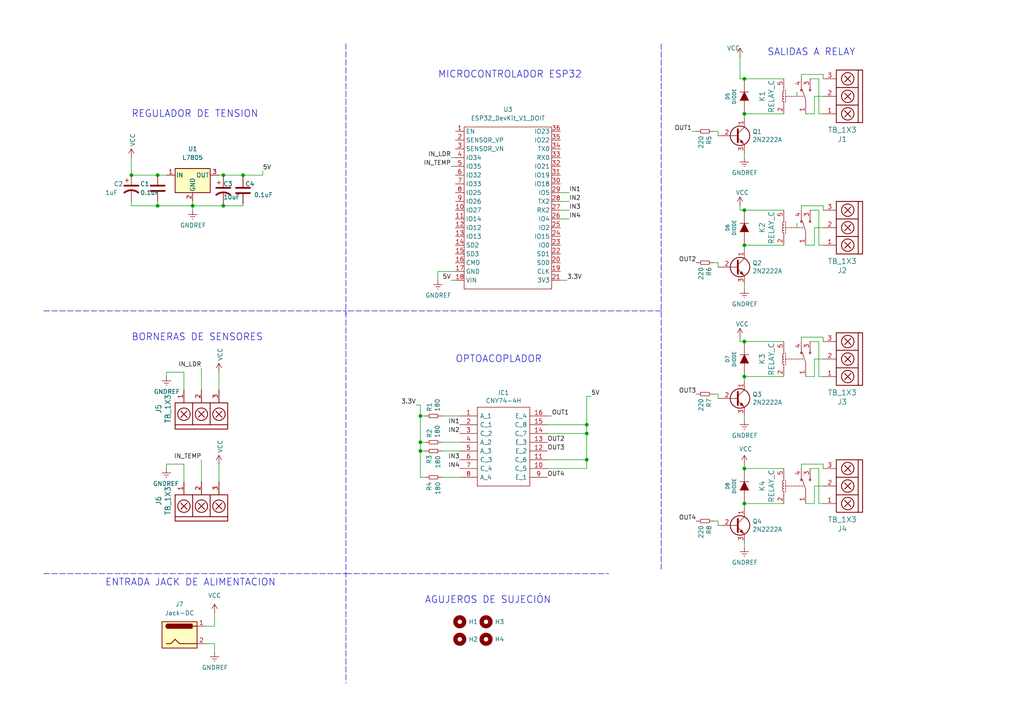
<source format=kicad_sch>
(kicad_sch (version 20211123) (generator eeschema)
  (paper "A4")
  (title_block (title "Proyecto IOT - Romero / Rolón") (date "2022-06-08") (company "E.E.S.T N°5 \"2 de Abril\" de Temperley") (comment 1 "Autor: Romero Gabriel") (comment 2 "Asignatura: Montaje de Proyectos Electrónicos"))
  (lib_symbols
    (symbol "Connector:Jack-DC" (pin_names (offset 1.016))
      (property "Reference" "J" (at 0 5.334 0))
      (property "Value" "Jack-DC" (at 0 -5.08 0))
      (symbol "Jack-DC_0_1"
        (rectangle (start -5.08 3.81) (end 5.08 -3.81) (stroke (width 0.254)) (fill (type background)))
        (arc (start -3.302 3.175) (mid -3.937 2.54) (end -3.302 1.905) (stroke (width 0.254)))
        (arc (start -3.302 3.175) (mid -3.937 2.54) (end -3.302 1.905) (stroke (width 0.254)) (fill (type outline)))
        (polyline (pts (xy 5.08 2.54) (xy 3.81 2.54)) (stroke (width 0.254)))
        (polyline (pts (xy -3.81 -2.54) (xy -2.54 -2.54) (xy -1.27 -1.27) (xy 0 -2.54) (xy 2.54 -2.54) (xy 5.08 -2.54)) (stroke (width 0.254)))
        (rectangle (start 3.683 3.175) (end -3.302 1.905) (stroke (width 0.254)) (fill (type outline)))
      )
      (symbol "Jack-DC_1_1"
        (pin passive line (at 7.62 2.54 180) (length 2.54) (name "~") (number "1"))
        (pin passive line (at 7.62 -2.54 180) (length 2.54) (name "~") (number "2"))
      )
    )
    (symbol "Device:C" (pin_numbers hide) (pin_names (offset 0.254))
      (property "Reference" "C" (at 0.635 2.54 0))
      (property "Value" "C" (at 0.635 -2.54 0))
      (symbol "C_0_1"
        (polyline (pts (xy -2.032 -0.762) (xy 2.032 -0.762)) (stroke (width 0.508)))
        (polyline (pts (xy -2.032 0.762) (xy 2.032 0.762)) (stroke (width 0.508)))
      )
      (symbol "C_1_1"
        (pin passive line (at 0 3.81 270) (length 2.794) (name "~") (number "1"))
        (pin passive line (at 0 -3.81 90) (length 2.794) (name "~") (number "2"))
      )
    )
    (symbol "Device:C_Polarized_US" (pin_numbers hide) (pin_names (offset 0.254) hide)
      (property "Reference" "C" (at 0.635 2.54 0))
      (property "Value" "C_Polarized_US" (at 0.635 -2.54 0))
      (symbol "C_Polarized_US_0_1"
        (polyline (pts (xy -2.032 0.762) (xy 2.032 0.762)) (stroke (width 0.508)))
        (polyline (pts (xy -1.778 2.286) (xy -0.762 2.286)))
        (polyline (pts (xy -1.27 1.778) (xy -1.27 2.794)))
        (arc (start 2.032 -1.27) (mid 0 -0.5572) (end -2.032 -1.27) (stroke (width 0.508)))
      )
      (symbol "C_Polarized_US_1_1"
        (pin passive line (at 0 3.81 270) (length 2.794) (name "~") (number "1"))
        (pin passive line (at 0 -3.81 90) (length 3.302) (name "~") (number "2"))
      )
    )
    (symbol "EESTN5:BC549" (pin_names (offset 0) hide)
      (property "Reference" "Q" (at 5.08 1.905 0))
      (property "Value" "BC549" (at 5.08 0 0))
      (symbol "BC549_0_1"
        (polyline (pts (xy 0 0) (xy 0.635 0)))
        (polyline (pts (xy 0.635 0.635) (xy 2.54 2.54)))
        (polyline (pts (xy 0.635 -0.635) (xy 2.54 -2.54) (xy 2.54 -2.54)))
        (polyline (pts (xy 0.635 1.905) (xy 0.635 -1.905) (xy 0.635 -1.905)) (stroke (width 0.508)))
        (polyline (pts (xy 1.27 -1.778) (xy 1.778 -1.27) (xy 2.286 -2.286) (xy 1.27 -1.778) (xy 1.27 -1.778)) (fill (type outline)))
        (circle (center 1.27 0) (radius 2.8194) (stroke (width 0.254)))
      )
      (symbol "BC549_1_1"
        (pin passive line (at 2.54 5.08 270) (length 2.54) (name "C") (number "1"))
        (pin input line (at -5.08 0 0) (length 5.08) (name "B") (number "2"))
        (pin passive line (at 2.54 -5.08 90) (length 2.54) (name "E") (number "3"))
      )
    )
    (symbol "EESTN5:DIODE" (pin_numbers hide) (pin_names (offset 1.016) hide)
      (property "Reference" "D" (at 0 2.54 0))
      (property "Value" "DIODE" (at 0 -2.54 0))
      (symbol "DIODE_0_1"
        (polyline (pts (xy 1.27 1.27) (xy 1.27 -1.27)) (stroke (width 0.1524)))
        (polyline (pts (xy -1.27 1.27) (xy 1.27 0) (xy -1.27 -1.27)) (fill (type outline)))
      )
      (symbol "DIODE_1_1"
        (pin passive line (at -5.08 0 0) (length 3.81) (name "A") (number "1"))
        (pin passive line (at 5.08 0 180) (length 3.81) (name "K") (number "2"))
      )
    )
    (symbol "EESTN5:Mounting_Hole" (pin_names (offset 1.016))
      (property "Reference" "H" (at 0 5.08 0))
      (symbol "Mounting_Hole_0_1"
        (circle (center 0 0) (radius 1.27) (stroke (width 1.27)))
      )
    )
    (symbol "EESTN5:R" (pin_numbers hide) (pin_names (offset 0))
      (property "Reference" "R" (at -1.27 0 90))
      (property "Value" "R" (at 1.27 0 90))
      (symbol "R_0_1"
        (rectangle (start 0.508 1.27) (end -0.508 -1.27))
      )
      (symbol "R_1_1"
        (pin passive line (at 0 2.54 270) (length 1.27) (name "~") (number "1"))
        (pin passive line (at 0 -2.54 90) (length 1.27) (name "~") (number "2"))
      )
    )
    (symbol "EESTN5:RELAY_C" (pin_names (offset 1.016))
      (property "Reference" "K" (at 0 6.35 0))
      (property "Value" "RELAY_C" (at 0 -5.969 0))
      (symbol "RELAY_C_0_1"
        (arc (start -0.762 3.81) (mid -1.143 4.191) (end -1.524 3.81))
        (polyline (pts (xy -1.778 3.302) (xy -1.27 3.302) (xy -1.27 3.302)))
        (polyline (pts (xy -1.524 -2.54) (xy -2.54 -2.54) (xy -2.54 -2.54)))
        (polyline (pts (xy -1.524 3.81) (xy -2.54 3.81) (xy -2.54 3.81)))
        (polyline (pts (xy -1.016 3.302) (xy -0.508 3.302) (xy -0.508 3.302)))
        (polyline (pts (xy -0.254 3.302) (xy 0.254 3.302) (xy 0.254 3.302)))
        (polyline (pts (xy 0 -1.27) (xy 0 -1.778) (xy 0 -1.778)))
        (polyline (pts (xy 0 -0.508) (xy 0 -1.016) (xy 0 -1.016)))
        (polyline (pts (xy 0 0.254) (xy 0 -0.254) (xy 0 -0.254)))
        (polyline (pts (xy 0 1.016) (xy 0 0.508) (xy 0 0.508)))
        (polyline (pts (xy 0 1.778) (xy 0 1.27) (xy 0 1.27)))
        (polyline (pts (xy 0 2.54) (xy 0 2.032) (xy 0 2.032)))
        (polyline (pts (xy 0 3.302) (xy 0 2.794) (xy 0 2.794)))
        (polyline (pts (xy 0.508 3.302) (xy 1.016 3.302) (xy 1.016 3.302)))
        (polyline (pts (xy 1.27 3.302) (xy 1.778 3.302) (xy 1.778 3.302)))
        (polyline (pts (xy 1.524 3.81) (xy 2.54 3.81) (xy 2.54 3.81)))
        (polyline (pts (xy 2.54 -3.81) (xy 1.778 -3.81) (xy 1.778 -3.81)))
        (polyline (pts (xy 2.54 -1.27) (xy 1.778 -1.27) (xy 1.778 -1.27)))
        (polyline (pts (xy -1.524 -2.54) (xy -1.016 -2.54) (xy 2.032 -1.524) (xy 2.032 -1.524)))
        (arc (start 0 3.81) (mid -0.381 4.191) (end -0.762 3.81))
        (arc (start 0.762 3.81) (mid 0.381 4.191) (end 0 3.81))
        (arc (start 1.524 3.81) (mid 1.143 4.191) (end 0.762 3.81))
        (circle (center 1.778 -3.81) (radius 0.254))
        (circle (center 1.778 -1.27) (radius 0.254))
      )
      (symbol "RELAY_C_1_1"
        (pin passive line (at -5.08 -2.54 0) (length 2.54) (name "~") (number "1"))
        (pin passive line (at -5.08 3.81 0) (length 2.54) (name "~") (number "2"))
        (pin passive line (at 5.08 -3.81 180) (length 2.54) (name "~") (number "3"))
        (pin passive line (at 5.08 -1.27 180) (length 2.54) (name "~") (number "4"))
        (pin passive line (at 5.08 3.81 180) (length 2.54) (name "~") (number "5"))
      )
    )
    (symbol "EESTN5:TB_1X3" (pin_names (offset 1.016))
      (property "Reference" "J" (at 0 7.62 0))
      (property "Value" "TB_1X3" (at 1.27 -11.43 0))
      (symbol "TB_1X3_0_1"
        (rectangle (start -2.54 5.08) (end 5.08 -10.16) (stroke (width 0.254)))
        (polyline (pts (xy -1.27 -5.08) (xy 5.08 -5.08)) (stroke (width 0.254)))
        (polyline (pts (xy -1.27 0) (xy 5.08 0)) (stroke (width 0.254)))
        (polyline (pts (xy -1.27 5.08) (xy -1.27 -10.16)) (stroke (width 0.254)))
        (polyline (pts (xy 0.889 -8.509) (xy 2.667 -6.731)) (stroke (width 0.254)))
        (polyline (pts (xy 0.889 -6.731) (xy 2.667 -8.509)) (stroke (width 0.254)))
        (polyline (pts (xy 0.889 -3.429) (xy 2.667 -1.651)) (stroke (width 0.254)))
        (polyline (pts (xy 0.889 -1.651) (xy 2.667 -3.429)) (stroke (width 0.254)))
        (polyline (pts (xy 0.889 1.651) (xy 2.667 3.429)) (stroke (width 0.254)))
        (polyline (pts (xy 0.889 3.429) (xy 2.667 1.651)) (stroke (width 0.254)))
        (circle (center 1.778 -7.62) (radius 1.8034) (stroke (width 0.254)))
        (circle (center 1.778 -2.54) (radius 1.8034) (stroke (width 0.254)))
        (circle (center 1.778 2.54) (radius 1.8034) (stroke (width 0.254)))
      )
      (symbol "TB_1X3_1_1"
        (pin input line (at 8.89 2.54 180) (length 3.81) (name "~") (number "1"))
        (pin input line (at 8.89 -2.54 180) (length 3.81) (name "~") (number "2"))
        (pin input line (at 8.89 -7.62 180) (length 3.81) (name "~") (number "3"))
      )
    )
    (symbol "ESP32_DevKit_V1_DOIT_1"
      (property "Reference" "U3" (at 0 36.83 0))
      (property "Value" "ESP32_DevKit_V1_DOIT" (at 0 34.29 0))
      (symbol "ESP32_DevKit_V1_DOIT_1_0_0"
        (pin bidirectional line (at 15.24 25.4 180) (length 2.54) (name "TX0") (number "34"))
        (pin bidirectional line (at 15.24 27.94 180) (length 2.54) (name "IO22") (number "35"))
        (pin bidirectional line (at 15.24 30.48 180) (length 2.54) (name "IO23") (number "36"))
      )
      (symbol "ESP32_DevKit_V1_DOIT_1_0_1"
        (rectangle (start -12.7 31.75) (end 12.7 -15.24))
      )
      (symbol "ESP32_DevKit_V1_DOIT_1_1_1"
        (pin input line (at -15.24 30.48 0) (length 2.54) (name "EN") (number "1"))
        (pin bidirectional line (at -15.24 7.62 0) (length 2.54) (name "IO27") (number "10"))
        (pin bidirectional line (at -15.24 5.08 0) (length 2.54) (name "IO14") (number "11"))
        (pin bidirectional line (at -15.24 2.54 0) (length 2.54) (name "IO12") (number "12"))
        (pin bidirectional line (at -15.24 0 0) (length 2.54) (name "IO13") (number "13"))
        (pin bidirectional line (at -15.24 -2.54 0) (length 2.54) (name "SD2") (number "14"))
        (pin bidirectional line (at -15.24 -5.08 0) (length 2.54) (name "SD3") (number "15"))
        (pin bidirectional line (at -15.24 -7.62 0) (length 2.54) (name "CMD") (number "16"))
        (pin power_in line (at -15.24 -10.16 0) (length 2.54) (name "GND") (number "17"))
        (pin power_in line (at -15.24 -12.7 0) (length 2.54) (name "VIN") (number "18"))
        (pin bidirectional line (at 15.24 -10.16 180) (length 2.54) (name "CLK") (number "19"))
        (pin input line (at -15.24 27.94 0) (length 2.54) (name "SENSOR_VP") (number "2"))
        (pin bidirectional line (at 15.24 -7.62 180) (length 2.54) (name "SD0") (number "20"))
        (pin power_in line (at 15.24 -12.7 180) (length 2.54) (name "3V3") (number "21"))
        (pin bidirectional line (at 15.24 -5.08 180) (length 2.54) (name "SD1") (number "22"))
        (pin bidirectional line (at 15.24 -2.54 180) (length 2.54) (name "IO0") (number "23"))
        (pin bidirectional line (at 15.24 0 180) (length 2.54) (name "IO15") (number "24"))
        (pin bidirectional line (at 15.24 2.54 180) (length 2.54) (name "IO2") (number "25"))
        (pin bidirectional line (at 15.24 5.08 180) (length 2.54) (name "IO4") (number "26"))
        (pin bidirectional line (at 15.24 7.62 180) (length 2.54) (name "RX2") (number "27"))
        (pin bidirectional line (at 15.24 10.16 180) (length 2.54) (name "TX2") (number "28"))
        (pin bidirectional line (at 15.24 12.7 180) (length 2.54) (name "IO5") (number "29"))
        (pin input line (at -15.24 25.4 0) (length 2.54) (name "SENSOR_VN") (number "3"))
        (pin bidirectional line (at 15.24 15.24 180) (length 2.54) (name "IO18") (number "30"))
        (pin bidirectional line (at 15.24 17.78 180) (length 2.54) (name "IO19") (number "31"))
        (pin bidirectional line (at 15.24 20.32 180) (length 2.54) (name "IO21") (number "32"))
        (pin bidirectional line (at 15.24 22.86 180) (length 2.54) (name "RX0") (number "33"))
        (pin input line (at -15.24 22.86 0) (length 2.54) (name "IO34") (number "4"))
        (pin input line (at -15.24 20.32 0) (length 2.54) (name "IO35") (number "5"))
        (pin bidirectional line (at -15.24 17.78 0) (length 2.54) (name "IO32") (number "6"))
        (pin bidirectional line (at -15.24 15.24 0) (length 2.54) (name "IO33") (number "7"))
        (pin bidirectional line (at -15.24 12.7 0) (length 2.54) (name "IO25") (number "8"))
        (pin bidirectional line (at -15.24 10.16 0) (length 2.54) (name "IO26") (number "9"))
      )
    )
    (symbol "Regulator_Linear:L7805" (pin_names (offset 0.254))
      (property "Reference" "U" (at -3.81 3.175 0))
      (property "Value" "L7805" (at 0 3.175 0))
      (symbol "L7805_0_1"
        (rectangle (start -5.08 1.905) (end 5.08 -5.08) (stroke (width 0.254)) (fill (type background)))
      )
      (symbol "L7805_1_1"
        (pin power_in line (at -7.62 0 0) (length 2.54) (name "IN") (number "1"))
        (pin power_in line (at 0 -7.62 90) (length 2.54) (name "GND") (number "2"))
        (pin power_out line (at 7.62 0 180) (length 2.54) (name "OUT") (number "3"))
      )
    )
    (symbol "RomeroGabriel6to3ra-rescue:CNY74-4H-EESTN5" (pin_names (offset 0.762))
      (property "Reference" "IC" (at 21.59 7.62 0))
      (property "Value" "CNY74-4H-EESTN5" (at 21.59 5.08 0))
      (symbol "CNY74-4H-EESTN5_0_0"
        (pin passive line (at 0 0 0) (length 5.08) (name "A_1") (number "1"))
        (pin passive line (at 25.4 -15.24 180) (length 5.08) (name "C_5") (number "10"))
        (pin passive line (at 25.4 -12.7 180) (length 5.08) (name "C_6") (number "11"))
        (pin passive line (at 25.4 -10.16 180) (length 5.08) (name "E_2") (number "12"))
        (pin passive line (at 25.4 -7.62 180) (length 5.08) (name "E_3") (number "13"))
        (pin passive line (at 25.4 -5.08 180) (length 5.08) (name "C_7") (number "14"))
        (pin passive line (at 25.4 -2.54 180) (length 5.08) (name "C_8") (number "15"))
        (pin passive line (at 25.4 0 180) (length 5.08) (name "E_4") (number "16"))
        (pin passive line (at 0 -2.54 0) (length 5.08) (name "C_1") (number "2"))
        (pin passive line (at 0 -5.08 0) (length 5.08) (name "C_2") (number "3"))
        (pin passive line (at 0 -7.62 0) (length 5.08) (name "A_2") (number "4"))
        (pin passive line (at 0 -10.16 0) (length 5.08) (name "A_3") (number "5"))
        (pin passive line (at 0 -12.7 0) (length 5.08) (name "C_3") (number "6"))
        (pin passive line (at 0 -15.24 0) (length 5.08) (name "C_4") (number "7"))
        (pin passive line (at 0 -17.78 0) (length 5.08) (name "A_4") (number "8"))
        (pin passive line (at 25.4 -17.78 180) (length 5.08) (name "E_1") (number "9"))
      )
      (symbol "CNY74-4H-EESTN5_0_1"
        (polyline (pts (xy 5.08 2.54) (xy 20.32 2.54) (xy 20.32 -20.32) (xy 5.08 -20.32) (xy 5.08 2.54)) (stroke (width 0.1524)))
      )
    )
    (symbol "power1:VCC" (power) (pin_names (offset 0))
      (property "Value" "VCC" (at 0 3.81 0))
      (symbol "VCC_0_1"
        (polyline (pts (xy -0.762 1.27) (xy 0 2.54)))
        (polyline (pts (xy 0 0) (xy 0 2.54)))
        (polyline (pts (xy 0 2.54) (xy 0.762 1.27)))
      )
      (symbol "VCC_1_1"
        (pin power_in line (at 0 0 90) (length 0) hide (name "VCC") (number "1"))
      )
    )
    (symbol "power:GNDREF" (power) (pin_names (offset 0))
      (property "Value" "GNDREF" (at 0 -3.81 0))
      (symbol "GNDREF_0_1"
        (polyline (pts (xy -0.635 -1.905) (xy 0.635 -1.905)))
        (polyline (pts (xy -0.127 -2.54) (xy 0.127 -2.54)))
        (polyline (pts (xy 0 -1.27) (xy 0 0)))
        (polyline (pts (xy 1.27 -1.27) (xy -1.27 -1.27)))
      )
      (symbol "GNDREF_1_1"
        (pin power_in line (at 0 0 270) (length 0) hide (name "GNDREF") (number "1"))
      )
    )
    (symbol "power:VCC" (power) (pin_names (offset 0))
      (property "Value" "VCC" (at 0 3.81 0))
      (symbol "VCC_0_1"
        (polyline (pts (xy -0.762 1.27) (xy 0 2.54)))
        (polyline (pts (xy 0 0) (xy 0 2.54)))
        (polyline (pts (xy 0 2.54) (xy 0.762 1.27)))
      )
      (symbol "VCC_1_1"
        (pin power_in line (at 0 0 90) (length 0) hide (name "VCC") (number "1"))
      )
    )
  )
  (junction (at 55.88 59.69))
  (junction (at 170.18 123.19))
  (junction (at 215.9 99.06))
  (junction (at 215.9 109.22))
  (junction (at 45.72 50.8))
  (junction (at 121.92 128.27))
  (junction (at 70.485 50.8))
  (junction (at 215.9 71.12))
  (junction (at 45.72 59.69))
  (junction (at 64.77 59.69))
  (junction (at 215.9 135.89))
  (junction (at 170.18 125.73))
  (junction (at 215.9 60.96))
  (junction (at 215.9 33.02))
  (junction (at 170.18 133.35))
  (junction (at 215.9 146.05))
  (junction (at 121.92 120.65))
  (junction (at 121.92 130.81))
  (junction (at 215.9 22.86))
  (junction (at 64.77 50.8))
  (junction (at 38.1 50.8))
  (wire (pts (xy 237.49 99.06) (xy 237.49 109.22)))
  (wire (pts (xy 234.95 99.06) (xy 237.49 99.06)))
  (wire (pts (xy 237.49 60.96) (xy 237.49 71.12)))
  (wire (pts (xy 214.63 97.79) (xy 214.63 99.06)))
  (wire (pts (xy 215.9 110.49) (xy 215.9 109.22)))
  (wire (pts (xy 232.41 134.62) (xy 232.41 135.89)))
  (wire (pts (xy 58.42 133.35) (xy 58.42 139.7)))
  (wire (pts (xy 121.92 117.475) (xy 120.65 117.475)))
  (wire (pts (xy 158.75 120.65) (xy 160.02 120.65)))
  (wire (pts (xy 133.35 138.43) (xy 128.27 138.43)))
  (wire (pts (xy 170.18 133.35) (xy 170.18 125.73)))
  (wire (pts (xy 207.01 76.2) (xy 208.28 76.2)))
  (wire (pts (xy 232.41 21.59) (xy 238.76 21.59)))
  (wire (pts (xy 208.28 76.2) (xy 208.28 77.47)))
  (wire (pts (xy 236.22 33.02) (xy 236.22 27.94)))
  (wire (pts (xy 236.22 104.14) (xy 238.76 104.14)))
  (wire (pts (xy 238.76 146.05) (xy 237.49 146.05)))
  (wire (pts (xy 238.76 33.02) (xy 237.49 33.02)))
  (wire (pts (xy 214.63 59.69) (xy 214.63 60.96)))
  (wire (pts (xy 132.08 48.26) (xy 130.81 48.26)))
  (wire (pts (xy 208.28 114.3) (xy 208.28 115.57)))
  (wire (pts (xy 237.49 33.02) (xy 237.49 22.86)))
  (wire (pts (xy 132.08 45.72) (xy 130.81 45.72)))
  (wire (pts (xy 55.88 59.69) (xy 55.88 58.42)))
  (wire (pts (xy 215.9 71.12) (xy 227.33 71.12)))
  (wire (pts (xy 162.56 60.96) (xy 165.1 60.96)))
  (wire (pts (xy 158.75 133.35) (xy 170.18 133.35)))
  (wire (pts (xy 236.22 27.94) (xy 238.76 27.94)))
  (wire (pts (xy 38.1 59.69) (xy 38.1 58.42)))
  (wire (pts (xy 232.41 21.59) (xy 232.41 22.86)))
  (wire (pts (xy 70.485 50.8) (xy 76.2 50.8)))
  (wire (pts (xy 214.63 16.51) (xy 214.63 22.86)))
  (wire (pts (xy 234.95 60.96) (xy 237.49 60.96)))
  (wire (pts (xy 130.81 81.28) (xy 132.08 81.28)))
  (polyline (pts (xy 100.33 166.37) (xy 176.53 166.37)))
  (wire (pts (xy 121.92 128.27) (xy 123.19 128.27)))
  (wire (pts (xy 201.93 38.1) (xy 200.66 38.1)))
  (wire (pts (xy 48.26 134.62) (xy 53.34 134.62)))
  (wire (pts (xy 64.77 59.055) (xy 64.77 59.69)))
  (wire (pts (xy 121.92 130.81) (xy 121.92 138.43)))
  (polyline (pts (xy 191.77 12.7) (xy 191.77 165.1)))
  (wire (pts (xy 127 78.74) (xy 132.08 78.74)))
  (wire (pts (xy 237.49 135.89) (xy 237.49 146.05)))
  (wire (pts (xy 45.72 50.8) (xy 48.26 50.8)))
  (wire (pts (xy 207.01 114.3) (xy 208.28 114.3)))
  (wire (pts (xy 236.22 140.97) (xy 238.76 140.97)))
  (wire (pts (xy 127 81.28) (xy 127 78.74)))
  (wire (pts (xy 236.22 109.22) (xy 236.22 104.14)))
  (polyline (pts (xy 100.33 90.17) (xy 100.33 91.44)))
  (wire (pts (xy 58.42 106.68) (xy 58.42 113.03)))
  (wire (pts (xy 232.41 97.79) (xy 232.41 99.06)))
  (wire (pts (xy 59.69 181.61) (xy 62.23 181.61)))
  (wire (pts (xy 170.18 114.935) (xy 170.18 123.19)))
  (wire (pts (xy 48.26 135.89) (xy 48.26 134.62)))
  (wire (pts (xy 232.41 134.62) (xy 238.76 134.62)))
  (wire (pts (xy 121.92 128.27) (xy 121.92 130.81)))
  (wire (pts (xy 215.9 44.45) (xy 215.9 45.72)))
  (wire (pts (xy 215.9 34.29) (xy 215.9 33.02)))
  (wire (pts (xy 128.27 120.65) (xy 133.35 120.65)))
  (wire (pts (xy 231.14 26.67) (xy 231.14 27.94)))
  (wire (pts (xy 215.9 135.89) (xy 227.33 135.89)))
  (wire (pts (xy 215.9 120.65) (xy 215.9 121.92)))
  (wire (pts (xy 214.63 60.96) (xy 215.9 60.96)))
  (wire (pts (xy 233.68 33.02) (xy 236.22 33.02)))
  (wire (pts (xy 238.76 71.12) (xy 237.49 71.12)))
  (wire (pts (xy 215.9 147.32) (xy 215.9 146.05)))
  (wire (pts (xy 238.76 21.59) (xy 238.76 22.86)))
  (wire (pts (xy 53.34 134.62) (xy 53.34 139.7)))
  (wire (pts (xy 121.92 120.65) (xy 123.19 120.65)))
  (polyline (pts (xy 12.7 90.17) (xy 100.33 90.17)))
  (wire (pts (xy 236.22 146.05) (xy 236.22 140.97)))
  (wire (pts (xy 63.5 107.95) (xy 63.5 113.03)))
  (wire (pts (xy 238.76 59.69) (xy 238.76 60.96)))
  (wire (pts (xy 76.2 50.8) (xy 76.2 49.53)))
  (wire (pts (xy 48.26 107.95) (xy 53.34 107.95)))
  (wire (pts (xy 59.69 186.69) (xy 62.23 186.69)))
  (wire (pts (xy 214.63 22.86) (xy 215.9 22.86)))
  (polyline (pts (xy 100.33 12.7) (xy 100.33 198.12)))
  (wire (pts (xy 215.9 99.06) (xy 227.33 99.06)))
  (wire (pts (xy 215.9 60.96) (xy 227.33 60.96)))
  (wire (pts (xy 133.35 130.81) (xy 128.27 130.81)))
  (wire (pts (xy 55.88 59.69) (xy 55.88 60.96)))
  (wire (pts (xy 232.41 59.69) (xy 238.76 59.69)))
  (wire (pts (xy 208.28 151.13) (xy 208.28 152.4)))
  (wire (pts (xy 170.18 125.73) (xy 170.18 123.19)))
  (wire (pts (xy 64.77 59.69) (xy 55.88 59.69)))
  (wire (pts (xy 64.77 50.8) (xy 70.485 50.8)))
  (wire (pts (xy 215.9 33.02) (xy 227.33 33.02)))
  (wire (pts (xy 63.5 50.8) (xy 64.77 50.8)))
  (wire (pts (xy 215.9 109.22) (xy 227.33 109.22)))
  (wire (pts (xy 208.28 38.1) (xy 208.28 39.37)))
  (wire (pts (xy 121.92 120.65) (xy 121.92 128.27)))
  (wire (pts (xy 207.01 151.13) (xy 208.28 151.13)))
  (wire (pts (xy 53.34 107.95) (xy 53.34 113.03)))
  (wire (pts (xy 233.68 109.22) (xy 236.22 109.22)))
  (wire (pts (xy 233.68 71.12) (xy 236.22 71.12)))
  (wire (pts (xy 121.92 130.81) (xy 123.19 130.81)))
  (wire (pts (xy 133.35 128.27) (xy 128.27 128.27)))
  (wire (pts (xy 45.72 58.42) (xy 45.72 59.69)))
  (wire (pts (xy 62.23 186.69) (xy 62.23 189.23)))
  (wire (pts (xy 234.95 135.89) (xy 237.49 135.89)))
  (wire (pts (xy 70.485 50.8) (xy 70.485 51.435)))
  (wire (pts (xy 232.41 59.69) (xy 232.41 60.96)))
  (wire (pts (xy 48.26 109.22) (xy 48.26 107.95)))
  (wire (pts (xy 215.9 146.05) (xy 227.33 146.05)))
  (wire (pts (xy 62.23 181.61) (xy 62.23 177.8)))
  (wire (pts (xy 238.76 97.79) (xy 238.76 99.06)))
  (wire (pts (xy 45.72 59.69) (xy 55.88 59.69)))
  (wire (pts (xy 170.18 135.89) (xy 170.18 133.35)))
  (wire (pts (xy 207.01 38.1) (xy 208.28 38.1)))
  (wire (pts (xy 64.77 50.8) (xy 64.77 51.435)))
  (wire (pts (xy 70.485 59.69) (xy 64.77 59.69)))
  (wire (pts (xy 121.92 138.43) (xy 123.19 138.43)))
  (wire (pts (xy 38.1 50.8) (xy 45.72 50.8)))
  (wire (pts (xy 158.75 123.19) (xy 170.18 123.19)))
  (wire (pts (xy 231.14 64.77) (xy 231.14 66.04)))
  (wire (pts (xy 38.1 45.72) (xy 38.1 50.8)))
  (wire (pts (xy 232.41 97.79) (xy 238.76 97.79)))
  (wire (pts (xy 214.63 99.06) (xy 215.9 99.06)))
  (wire (pts (xy 238.76 109.22) (xy 237.49 109.22)))
  (wire (pts (xy 162.56 81.28) (xy 164.465 81.28)))
  (wire (pts (xy 70.485 59.055) (xy 70.485 59.69)))
  (wire (pts (xy 121.92 117.475) (xy 121.92 120.65)))
  (wire (pts (xy 38.1 59.69) (xy 45.72 59.69)))
  (wire (pts (xy 215.9 134.62) (xy 215.9 135.89)))
  (wire (pts (xy 158.75 125.73) (xy 170.18 125.73)))
  (polyline (pts (xy 191.77 90.17) (xy 100.33 90.17)))
  (wire (pts (xy 171.45 114.935) (xy 170.18 114.935)))
  (wire (pts (xy 63.5 134.62) (xy 63.5 139.7)))
  (wire (pts (xy 233.68 146.05) (xy 236.22 146.05)))
  (wire (pts (xy 162.56 55.88) (xy 165.1 55.88)))
  (wire (pts (xy 236.22 66.04) (xy 238.76 66.04)))
  (wire (pts (xy 215.9 82.55) (xy 215.9 83.82)))
  (wire (pts (xy 215.9 72.39) (xy 215.9 71.12)))
  (wire (pts (xy 238.76 134.62) (xy 238.76 135.89)))
  (wire (pts (xy 162.56 63.5) (xy 165.1 63.5)))
  (wire (pts (xy 158.75 135.89) (xy 170.18 135.89)))
  (wire (pts (xy 215.9 22.86) (xy 227.33 22.86)))
  (wire (pts (xy 162.56 58.42) (xy 165.1 58.42)))
  (wire (pts (xy 215.9 157.48) (xy 215.9 158.75)))
  (wire (pts (xy 236.22 71.12) (xy 236.22 66.04)))
  (polyline (pts (xy 12.7 166.37) (xy 100.33 166.37)))
  (wire (pts (xy 237.49 22.86) (xy 234.95 22.86)))
  (text "ENTRADA JACK DE ALIMENTACION\n" (at 30.48 170.18 0) (effects (font (size 2 2)) (justify left bottom)))
  (text "MICROCONTROLADOR ESP32" (at 127 22.86 0) (effects (font (size 2 2)) (justify left bottom)))
  (text "BORNERAS DE SENSORES" (at 38.1 99.06 0) (effects (font (size 2 2)) (justify left bottom)))
  (text "AGUJEROS DE SUJECIÓN\n" (at 123.19 175.26 0) (effects (font (size 2 2)) (justify left bottom)))
  (text "SALIDAS A RELAY" (at 248.158 16.383 180) (effects (font (size 2 2)) (justify right bottom)))
  (text "REGULADOR DE TENSION" (at 38.1 34.29 0) (effects (font (size 2 2)) (justify left bottom)))
  (text "OPTOACOPLADOR" (at 132.08 105.41 0) (effects (font (size 2 2)) (justify left bottom)))
  (label "OUT4" (at 201.93 151.13 180))
  (label "IN3" (at 165.1 60.96 0))
  (label "OUT1" (at 200.66 38.1 180))
  (label "3.3V" (at 164.465 81.28 0))
  (label "5V" (at 76.2 49.53 0))
  (label "IN3" (at 133.35 133.35 180))
  (label "IN4" (at 165.1 63.5 0))
  (label "IN2" (at 165.1 58.42 0))
  (label "OUT2" (at 158.75 128.27 0))
  (label "IN_TEMP" (at 130.81 48.26 180))
  (label "IN_LDR" (at 130.81 45.72 180))
  (label "IN_LDR" (at 58.42 106.68 180))
  (label "OUT4" (at 158.75 138.43 0))
  (label "IN1" (at 133.35 123.19 180))
  (label "5V" (at 130.81 81.28 180))
  (label "IN4" (at 133.35 135.89 180))
  (label "IN2" (at 133.35 125.73 180))
  (label "3.3V" (at 120.65 117.475 180))
  (label "OUT2" (at 201.93 76.2 180))
  (label "5V" (at 171.45 114.935 0))
  (label "OUT3" (at 201.93 114.3 180))
  (label "OUT1" (at 160.02 120.65 0))
  (label "IN_TEMP" (at 58.42 133.35 180))
  (label "IN1" (at 165.1 55.88 0))
  (label "OUT3" (at 158.75 130.81 0))
  (symbol (lib_id "EESTN5:DIODE") (at 215.9 27.94 90) (unit 1)
    (property "Reference" "D5" (at 211.0232 27.94 0) (effects (font (size 1.016 1.016))))
    (property "Value" "DIODE" (at 212.9536 27.94 0) (effects (font (size 1.016 1.016))))
    (property "Footprint" "EESTN5:DO-41" (effects hide))
  )
  (symbol (lib_id "EESTN5:RELAY_C") (at 231.14 27.94 90) (unit 1)
    (property "Reference" "K1" (at 221.0562 27.94 0) (effects (font (size 1.524 1.524))))
    (property "Value" "RELAY_C" (at 223.7486 27.94 0) (effects (font (size 1.524 1.524))))
    (property "Footprint" "EESTN5:Relay_C" (effects hide))
  )
  (symbol (lib_id "EESTN5:R") (at 204.47 38.1 270) (unit 1)
    (property "Reference" "R5" (at 205.6384 39.3192 0) (effects (justify left)))
    (property "Value" "220" (at 203.327 39.3192 0) (effects (justify left)))
    (property "Footprint" "EESTN5:RES0.3" (effects hide))
  )
  (symbol (lib_id "EESTN5:BC549") (at 213.36 39.37 0) (unit 1)
    (property "Reference" "Q1" (at 218.2114 38.2016 0) (effects (justify left)))
    (property "Value" "2N2222A" (at 218.2114 40.513 0) (effects (justify left)))
    (property "Footprint" "EESTN5:to92" (effects hide))
    (property "Datasheet" "http://www.fairchildsemi.com/ds/BC/BC547.pdf" (effects hide))
  )
  (symbol (lib_id "EESTN5:R") (at 125.73 120.65 90) (unit 1)
    (property "Reference" "R1" (at 124.5616 119.4308 0) (effects (justify left)))
    (property "Value" "180" (at 126.873 119.4308 0) (effects (justify left)))
    (property "Footprint" "EESTN5:RES0.3" (effects hide))
  )
  (symbol (lib_id "power:GNDREF") (at 215.9 45.72 0) (unit 1)
    (property "Reference" "#PWR01" (effects hide))
    (property "Value" "GNDREF" (at 216.027 50.1142 0))
  )
  (symbol (lib_id "EESTN5:Mounting_Hole") (at 133.35 180.34 0) (unit 1)
    (property "Reference" "H1" (at 135.89 180.34 0) (effects (justify left)))
    (property "Value" "Mounting_Hole" (effects hide))
    (property "Footprint" "MountingHole:MountingHole_3mm" (effects hide))
  )
  (symbol (lib_id "EESTN5:Mounting_Hole") (at 140.97 180.34 0) (unit 1)
    (property "Reference" "H3" (at 143.51 180.34 0) (effects (justify left)))
    (property "Value" "Mounting_Hole" (effects hide))
    (property "Footprint" "MountingHole:MountingHole_3mm" (effects hide))
  )
  (symbol (lib_id "EESTN5:Mounting_Hole") (at 133.35 185.42 0) (unit 1)
    (property "Reference" "H2" (at 135.89 185.42 0) (effects (justify left)))
    (property "Value" "Mounting_Hole" (effects hide))
    (property "Footprint" "MountingHole:MountingHole_3mm" (effects hide))
  )
  (symbol (lib_id "EESTN5:Mounting_Hole") (at 140.97 185.42 0) (unit 1)
    (property "Reference" "H4" (at 143.51 185.42 0) (effects (justify left)))
    (property "Value" "Mounting_Hole" (effects hide))
    (property "Footprint" "MountingHole:MountingHole_3mm" (effects hide))
  )
  (symbol (lib_id "EESTN5:TB_1X3") (at 247.65 30.48 180) (unit 1)
    (property "Reference" "J1" (at 244.2972 40.3606 0) (effects (font (size 1.524 1.524))))
    (property "Value" "TB_1X3" (at 244.2972 37.6682 0) (effects (font (size 1.524 1.524))))
    (property "Footprint" "EESTN5:BORNERA3" (effects hide))
  )
  (symbol (lib_id "RomeroGabriel6to3ra-rescue:CNY74-4H-EESTN5") (at 133.35 120.65 0) (unit 1)
    (property "Reference" "IC1" (at 146.05 113.919 0))
    (property "Value" "CNY74-4H" (at 146.05 116.2304 0))
    (property "Footprint" "EESTN5:DIP_16-300" (effects hide))
    (property "Datasheet" "https://componentsearchengine.com/Datasheets/1/CNY74-4H.pdf" (effects hide))
    (property "Description" "CNY74-4H Vishay, Optocoupler Quad DC Input Transistor Output, 16-Pin PDIP, Through Hole" (effects hide))
    (property "Height" "4.7" (effects hide))
    (property "Manufacturer_Name" "Vishay" (effects hide))
    (property "Manufacturer_Part_Number" "CNY74-4H" (effects hide))
    (property "Mouser Part Number" "782-CNY74-4H" (effects hide))
    (property "Mouser Price/Stock" "https://www.mouser.co.uk/ProductDetail/Vishay-Semiconductors/CNY74-4H?qs=xCMk%252BIHWTZOiCIwNNrjGrg%3D%3D" (effects hide))
    (property "Arrow Part Number" "CNY74-4H" (effects hide))
    (property "Arrow Price/Stock" "https://www.arrow.com/en/products/cny74-4h/vishay?region=nac" (effects hide))
  )
  (symbol (lib_id "power:VCC") (at 214.63 16.51 0) (unit 1)
    (property "Reference" "#PWR0107" (effects hide))
    (property "Value" "VCC" (at 210.82 13.97 0) (effects (justify left)))
  )
  (symbol (lib_id "power:VCC") (at 214.63 59.69 0) (unit 1)
    (property "Reference" "#PWR0110" (effects hide))
    (property "Value" "VCC" (at 213.36 55.88 0) (effects (justify left)))
  )
  (symbol (lib_id "EESTN5:RELAY_C") (at 231.14 66.04 90) (unit 1)
    (property "Reference" "K2" (at 221.0562 66.04 0) (effects (font (size 1.524 1.524))))
    (property "Value" "RELAY_C" (at 223.7486 66.04 0) (effects (font (size 1.524 1.524))))
    (property "Footprint" "EESTN5:Relay_C" (effects hide))
  )
  (symbol (lib_id "EESTN5:R") (at 204.47 76.2 270) (unit 1)
    (property "Reference" "R6" (at 205.6384 77.4192 0) (effects (justify left)))
    (property "Value" "220" (at 203.327 77.4192 0) (effects (justify left)))
    (property "Footprint" "EESTN5:RES0.3" (effects hide))
  )
  (symbol (lib_id "EESTN5:BC549") (at 213.36 77.47 0) (unit 1)
    (property "Reference" "Q2" (at 218.2114 76.3016 0) (effects (justify left)))
    (property "Value" "2N2222A" (at 218.2114 78.613 0) (effects (justify left)))
    (property "Footprint" "EESTN5:to92" (effects hide))
    (property "Datasheet" "http://www.fairchildsemi.com/ds/BC/BC547.pdf" (effects hide))
  )
  (symbol (lib_id "EESTN5:R") (at 125.73 128.27 90) (unit 1)
    (property "Reference" "R2" (at 124.5616 127.0508 0) (effects (justify left)))
    (property "Value" "180" (at 126.873 127.0508 0) (effects (justify left)))
    (property "Footprint" "EESTN5:RES0.3" (effects hide))
  )
  (symbol (lib_id "power:GNDREF") (at 215.9 83.82 0) (unit 1)
    (property "Reference" "#PWR02" (effects hide))
    (property "Value" "GNDREF" (at 216.027 88.2142 0))
  )
  (symbol (lib_id "EESTN5:DIODE") (at 215.9 66.04 90) (unit 1)
    (property "Reference" "D6" (at 211.0232 66.04 0) (effects (font (size 1.016 1.016))))
    (property "Value" "DIODE" (at 212.9536 66.04 0) (effects (font (size 1.016 1.016))))
    (property "Footprint" "EESTN5:DO-41" (effects hide))
  )
  (symbol (lib_id "EESTN5:TB_1X3") (at 247.65 68.58 180) (unit 1)
    (property "Reference" "J2" (at 244.2972 78.4606 0) (effects (font (size 1.524 1.524))))
    (property "Value" "TB_1X3" (at 244.2972 75.7682 0) (effects (font (size 1.524 1.524))))
    (property "Footprint" "EESTN5:BORNERA3" (effects hide))
  )
  (symbol (lib_id "power:VCC") (at 214.63 97.79 0) (unit 1)
    (property "Reference" "#PWR0109" (effects hide))
    (property "Value" "VCC" (at 213.36 93.98 0) (effects (justify left)))
  )
  (symbol (lib_id "EESTN5:RELAY_C") (at 231.14 104.14 90) (unit 1)
    (property "Reference" "K3" (at 221.0562 104.14 0) (effects (font (size 1.524 1.524))))
    (property "Value" "RELAY_C" (at 223.7486 104.14 0) (effects (font (size 1.524 1.524))))
    (property "Footprint" "EESTN5:Relay_C" (effects hide))
  )
  (symbol (lib_id "EESTN5:R") (at 204.47 114.3 270) (unit 1)
    (property "Reference" "R7" (at 205.6384 115.5192 0) (effects (justify left)))
    (property "Value" "220" (at 203.327 115.5192 0) (effects (justify left)))
    (property "Footprint" "EESTN5:RES0.3" (effects hide))
  )
  (symbol (lib_id "EESTN5:BC549") (at 213.36 115.57 0) (unit 1)
    (property "Reference" "Q3" (at 218.2114 114.4016 0) (effects (justify left)))
    (property "Value" "2N2222A" (at 218.2114 116.713 0) (effects (justify left)))
    (property "Footprint" "EESTN5:to92" (effects hide))
    (property "Datasheet" "http://www.fairchildsemi.com/ds/BC/BC547.pdf" (effects hide))
  )
  (symbol (lib_id "EESTN5:R") (at 125.73 130.81 90) (unit 1)
    (property "Reference" "R3" (at 124.46 134.62 0) (effects (justify left)))
    (property "Value" "180" (at 127 135.89 0) (effects (justify left)))
    (property "Footprint" "EESTN5:RES0.3" (effects hide))
  )
  (symbol (lib_id "power:GNDREF") (at 215.9 121.92 0) (unit 1)
    (property "Reference" "#PWR03" (effects hide))
    (property "Value" "GNDREF" (at 216.027 126.3142 0))
  )
  (symbol (lib_id "EESTN5:DIODE") (at 215.9 104.14 90) (unit 1)
    (property "Reference" "D7" (at 211.0232 104.14 0) (effects (font (size 1.016 1.016))))
    (property "Value" "DIODE" (at 212.9536 104.14 0) (effects (font (size 1.016 1.016))))
    (property "Footprint" "EESTN5:DO-41" (effects hide))
  )
  (symbol (lib_id "EESTN5:TB_1X3") (at 247.65 106.68 180) (unit 1)
    (property "Reference" "J3" (at 244.2972 116.5606 0) (effects (font (size 1.524 1.524))))
    (property "Value" "TB_1X3" (at 244.2972 113.8682 0) (effects (font (size 1.524 1.524))))
    (property "Footprint" "EESTN5:BORNERA3" (effects hide))
  )
  (symbol (lib_id "EESTN5:RELAY_C") (at 231.14 140.97 90) (unit 1)
    (property "Reference" "K4" (at 221.0562 140.97 0) (effects (font (size 1.524 1.524))))
    (property "Value" "RELAY_C" (at 223.7486 140.97 0) (effects (font (size 1.524 1.524))))
    (property "Footprint" "EESTN5:Relay_C" (effects hide))
  )
  (symbol (lib_id "EESTN5:R") (at 204.47 151.13 270) (unit 1)
    (property "Reference" "R8" (at 205.6384 152.3492 0) (effects (justify left)))
    (property "Value" "220" (at 203.327 152.3492 0) (effects (justify left)))
    (property "Footprint" "EESTN5:RES0.3" (effects hide))
  )
  (symbol (lib_id "EESTN5:BC549") (at 213.36 152.4 0) (unit 1)
    (property "Reference" "Q4" (at 218.2114 151.2316 0) (effects (justify left)))
    (property "Value" "2N2222A" (at 218.2114 153.543 0) (effects (justify left)))
    (property "Footprint" "EESTN5:to92" (effects hide))
    (property "Datasheet" "http://www.fairchildsemi.com/ds/BC/BC547.pdf" (effects hide))
  )
  (symbol (lib_id "EESTN5:R") (at 125.73 138.43 270) (unit 1)
    (property "Reference" "R4" (at 124.46 139.7 0) (effects (justify left)))
    (property "Value" "180" (at 127 139.7 0) (effects (justify left)))
    (property "Footprint" "EESTN5:RES0.3" (effects hide))
  )
  (symbol (lib_id "EESTN5:DIODE") (at 215.9 140.97 90) (unit 1)
    (property "Reference" "D8" (at 211.0232 140.97 0) (effects (font (size 1.016 1.016))))
    (property "Value" "DIODE" (at 212.9536 140.97 0) (effects (font (size 1.016 1.016))))
    (property "Footprint" "EESTN5:DO-41" (effects hide))
  )
  (symbol (lib_id "EESTN5:TB_1X3") (at 247.65 143.51 180) (unit 1)
    (property "Reference" "J4" (at 244.2972 153.3906 0) (effects (font (size 1.524 1.524))))
    (property "Value" "TB_1X3" (at 244.2972 150.6982 0) (effects (font (size 1.524 1.524))))
    (property "Footprint" "EESTN5:BORNERA3" (effects hide))
  )
  (symbol (lib_id "power:VCC") (at 215.9 134.62 0) (unit 1)
    (property "Reference" "#PWR0108" (effects hide))
    (property "Value" "VCC" (at 216.281 130.2258 0))
  )
  (symbol (lib_id "EESTN5:TB_1X3") (at 55.88 148.59 90) (unit 1)
    (property "Reference" "J6" (at 45.9994 145.2372 0) (effects (font (size 1.524 1.524))))
    (property "Value" "TB_1X3" (at 48.6918 145.2372 0) (effects (font (size 1.524 1.524))))
    (property "Footprint" "EESTN5:BORNERA3" (effects hide))
  )
  (symbol (lib_id "EESTN5:TB_1X3") (at 55.88 121.92 90) (unit 1)
    (property "Reference" "J5" (at 45.9994 118.5672 0) (effects (font (size 1.524 1.524))))
    (property "Value" "TB_1X3" (at 48.6918 118.5672 0) (effects (font (size 1.524 1.524))))
    (property "Footprint" "EESTN5:BORNERA3" (effects hide))
  )
  (symbol (lib_id "power:GNDREF") (at 48.26 135.89 0) (mirror y) (unit 1)
    (property "Reference" "#PWR0111" (effects hide))
    (property "Value" "GNDREF" (at 48.133 140.2842 0))
  )
  (symbol (lib_id "power:GNDREF") (at 48.26 109.22 0) (unit 1)
    (property "Reference" "#PWR0113" (effects hide))
    (property "Value" "GNDREF" (at 48.387 113.6142 0))
  )
  (symbol (lib_id "Device:C") (at 45.72 54.61 0) (unit 1)
    (property "Reference" "C1" (at 40.64 53.34 0) (effects (justify left)))
    (property "Value" "0.1uF" (at 40.64 55.88 0) (effects (justify left)))
    (property "Footprint" "EESTN5:CAP_0.1" (effects hide))
  )
  (symbol (lib_id "power:GNDREF") (at 127 81.28 0) (unit 1)
    (property "Reference" "#PWR0102" (effects hide))
    (property "Value" "GNDREF" (at 127.127 85.6742 0))
  )
  (symbol (lib_id "power:VCC") (at 38.1 45.72 0) (unit 1)
    (property "Reference" "#PWR0101" (effects hide))
    (property "Value" "VCC" (at 38.481 42.4942 90) (effects (justify left)))
  )
  (symbol (lib_id "power:GNDREF") (at 62.23 189.23 0) (unit 1)
    (property "Reference" "#PWR07" (effects hide))
    (property "Value" "GNDREF" (at 62.357 193.6242 0))
  )
  (symbol (lib_id "power:GNDREF") (at 55.88 60.96 0) (unit 1)
    (property "Reference" "#PWR06" (effects hide))
    (property "Value" "GNDREF" (at 56.007 65.3542 0))
  )
  (symbol (lib_id "power:VCC") (at 63.5 134.62 0) (unit 1)
    (property "Reference" "#PWR0104" (effects hide))
    (property "Value" "VCC" (at 63.881 131.3942 90) (effects (justify left)))
  )
  (symbol (lib_id "Connector:Jack-DC") (at 52.07 184.15 0) (unit 1)
    (property "Reference" "J7" (at 52.07 175.26 0))
    (property "Value" "Jack-DC" (at 52.07 177.8 0))
    (property "Footprint" "Connector_BarrelJack:BarrelJack_Wuerth_6941xx301002" (effects hide))
  )
  (symbol (lib_id "power1:VCC") (at 62.23 177.8 0) (unit 1)
    (property "Reference" "#PWR05" (effects hide))
    (property "Value" "VCC" (at 62.23 172.72 0))
  )
  (symbol (lib_name "ESP32_DevKit_V1_DOIT_1") (lib_id "EESTN5:ESP32_DevKit_V1_DOIT") (at 147.32 68.58 0) (unit 1)
    (property "Reference" "U3" (at 147.32 31.75 0))
    (property "Value" "ESP32_DevKit_V1_DOIT" (at 147.32 34.29 0))
    (property "Footprint" "EESTN5:ESP32_DEVKITC" (effects hide))
  )
  (symbol (lib_id "Device:C") (at 70.485 55.245 0) (unit 1)
    (property "Reference" "C4" (at 71.12 53.34 0) (effects (justify left)))
    (property "Value" "0.1uF" (at 73.66 56.5149 0) (effects (justify left)))
    (property "Footprint" "EESTN5:CAP_0.1" (effects hide))
  )
  (symbol (lib_id "Regulator_Linear:L7805") (at 55.88 50.8 0) (unit 1)
    (property "Reference" "U1" (at 55.88 43.18 0))
    (property "Value" "L7805" (at 55.88 45.72 0))
    (property "Footprint" "EESTN5:TO-220" (effects hide))
    (property "Datasheet" "http://www.st.com/content/ccc/resource/technical/document/datasheet/41/4f/b3/b0/12/d4/47/88/CD00000444.pdf/files/CD00000444.pdf/jcr:content/translations/en.CD00000444.pdf" (effects hide))
  )
  (symbol (lib_id "Device:C_Polarized_US") (at 38.1 54.61 0) (unit 1)
    (property "Reference" "C2" (at 33.02 53.34 0) (effects (justify left)))
    (property "Value" "1uF" (at 30.48 55.88 0) (effects (justify left)))
    (property "Footprint" "EESTN5:CAP_ELEC_5x11mm" (effects hide))
  )
  (symbol (lib_id "power:GNDREF") (at 215.9 158.75 0) (unit 1)
    (property "Reference" "#PWR04" (effects hide))
    (property "Value" "GNDREF" (at 216.027 163.1442 0))
  )
  (symbol (lib_id "Device:C_Polarized_US") (at 64.77 55.245 0) (unit 1)
    (property "Reference" "C3" (at 64.77 53.34 0) (effects (justify left)))
    (property "Value" "10uF" (at 64.77 57.15 0) (effects (justify left)))
    (property "Footprint" "EESTN5:CAP_ELEC_5x11mm" (effects hide))
  )
  (symbol (lib_id "power:VCC") (at 63.5 107.95 0) (unit 1)
    (property "Reference" "#PWR0103" (effects hide))
    (property "Value" "VCC" (at 63.881 104.7242 90) (effects (justify left)))
  )
)
</source>
